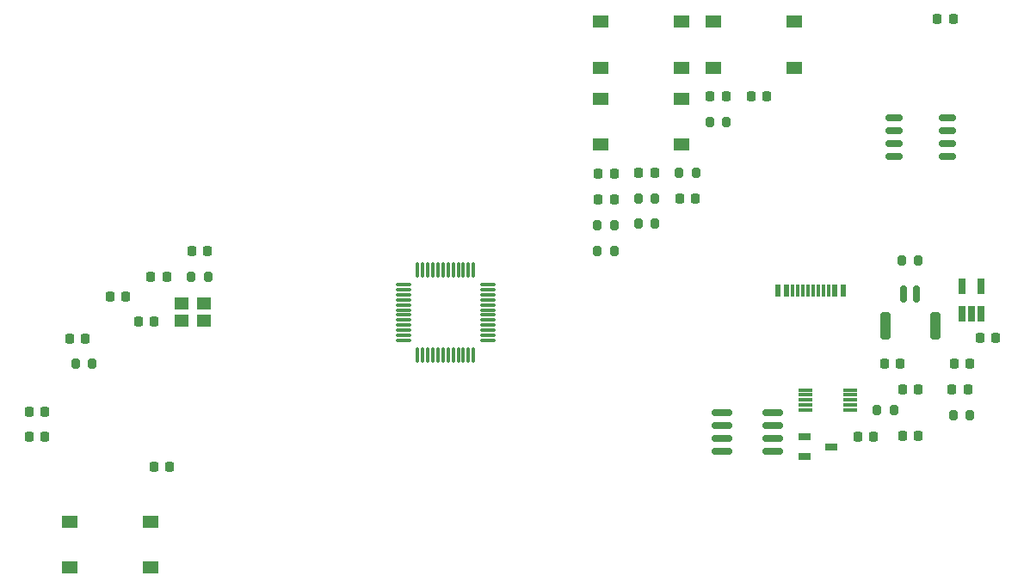
<source format=gbr>
%TF.GenerationSoftware,KiCad,Pcbnew,(6.0.7)*%
%TF.CreationDate,2022-10-09T18:36:03+08:00*%
%TF.ProjectId,DynamicX_1,44796e61-6d69-4635-985f-312e6b696361,rev?*%
%TF.SameCoordinates,Original*%
%TF.FileFunction,Paste,Top*%
%TF.FilePolarity,Positive*%
%FSLAX46Y46*%
G04 Gerber Fmt 4.6, Leading zero omitted, Abs format (unit mm)*
G04 Created by KiCad (PCBNEW (6.0.7)) date 2022-10-09 18:36:03*
%MOMM*%
%LPD*%
G01*
G04 APERTURE LIST*
G04 Aperture macros list*
%AMRoundRect*
0 Rectangle with rounded corners*
0 $1 Rounding radius*
0 $2 $3 $4 $5 $6 $7 $8 $9 X,Y pos of 4 corners*
0 Add a 4 corners polygon primitive as box body*
4,1,4,$2,$3,$4,$5,$6,$7,$8,$9,$2,$3,0*
0 Add four circle primitives for the rounded corners*
1,1,$1+$1,$2,$3*
1,1,$1+$1,$4,$5*
1,1,$1+$1,$6,$7*
1,1,$1+$1,$8,$9*
0 Add four rect primitives between the rounded corners*
20,1,$1+$1,$2,$3,$4,$5,0*
20,1,$1+$1,$4,$5,$6,$7,0*
20,1,$1+$1,$6,$7,$8,$9,0*
20,1,$1+$1,$8,$9,$2,$3,0*%
G04 Aperture macros list end*
%ADD10R,1.550000X1.300000*%
%ADD11RoundRect,0.200000X-0.200000X-0.275000X0.200000X-0.275000X0.200000X0.275000X-0.200000X0.275000X0*%
%ADD12RoundRect,0.225000X-0.225000X-0.250000X0.225000X-0.250000X0.225000X0.250000X-0.225000X0.250000X0*%
%ADD13RoundRect,0.218750X-0.218750X-0.256250X0.218750X-0.256250X0.218750X0.256250X-0.218750X0.256250X0*%
%ADD14R,1.400000X1.200000*%
%ADD15R,1.400000X0.300000*%
%ADD16R,1.220000X0.650000*%
%ADD17RoundRect,0.200000X0.200000X0.275000X-0.200000X0.275000X-0.200000X-0.275000X0.200000X-0.275000X0*%
%ADD18RoundRect,0.225000X0.225000X0.250000X-0.225000X0.250000X-0.225000X-0.250000X0.225000X-0.250000X0*%
%ADD19R,0.650000X1.560000*%
%ADD20RoundRect,0.150000X-0.675000X-0.150000X0.675000X-0.150000X0.675000X0.150000X-0.675000X0.150000X0*%
%ADD21RoundRect,0.150000X-0.150000X-0.700000X0.150000X-0.700000X0.150000X0.700000X-0.150000X0.700000X0*%
%ADD22RoundRect,0.250000X-0.250000X-1.100000X0.250000X-1.100000X0.250000X1.100000X-0.250000X1.100000X0*%
%ADD23RoundRect,0.150000X-0.825000X-0.150000X0.825000X-0.150000X0.825000X0.150000X-0.825000X0.150000X0*%
%ADD24RoundRect,0.075000X-0.662500X-0.075000X0.662500X-0.075000X0.662500X0.075000X-0.662500X0.075000X0*%
%ADD25RoundRect,0.075000X-0.075000X-0.662500X0.075000X-0.662500X0.075000X0.662500X-0.075000X0.662500X0*%
%ADD26R,0.600000X1.160000*%
%ADD27R,0.300000X1.160000*%
G04 APERTURE END LIST*
D10*
%TO.C,SW3*%
X132135000Y-55165000D03*
X140085000Y-55165000D03*
X140085000Y-59665000D03*
X132135000Y-59665000D03*
%TD*%
D11*
%TO.C,R11*%
X131765000Y-67640000D03*
X133415000Y-67640000D03*
%TD*%
%TO.C,R3*%
X161735000Y-71120000D03*
X163385000Y-71120000D03*
%TD*%
D12*
%TO.C,C17*%
X146915000Y-54880000D03*
X148465000Y-54880000D03*
%TD*%
D13*
%TO.C,D3*%
X142892500Y-54920000D03*
X144467500Y-54920000D03*
%TD*%
D14*
%TO.C,Y1*%
X93110000Y-75310000D03*
X90910000Y-75310000D03*
X90910000Y-77010000D03*
X93110000Y-77010000D03*
%TD*%
D12*
%TO.C,C16*%
X135865000Y-62460000D03*
X137415000Y-62460000D03*
%TD*%
D15*
%TO.C,U3*%
X152240000Y-83830000D03*
X152240000Y-84330000D03*
X152240000Y-84830000D03*
X152240000Y-85330000D03*
X152240000Y-85830000D03*
X156640000Y-85830000D03*
X156640000Y-85330000D03*
X156640000Y-84830000D03*
X156640000Y-84330000D03*
X156640000Y-83830000D03*
%TD*%
D12*
%TO.C,C2*%
X160020000Y-81280000D03*
X161570000Y-81280000D03*
%TD*%
D16*
%TO.C,Q1*%
X152150000Y-88480000D03*
X152150000Y-90380000D03*
X154770000Y-89430000D03*
%TD*%
D12*
%TO.C,C7*%
X161785000Y-88340000D03*
X163335000Y-88340000D03*
%TD*%
%TO.C,C18*%
X139875000Y-64970000D03*
X141425000Y-64970000D03*
%TD*%
D11*
%TO.C,R10*%
X142815000Y-57470000D03*
X144465000Y-57470000D03*
%TD*%
D17*
%TO.C,R4*%
X82105000Y-81280000D03*
X80455000Y-81280000D03*
%TD*%
D18*
%TO.C,C10*%
X77405000Y-85970000D03*
X75855000Y-85970000D03*
%TD*%
%TO.C,C14*%
X88155000Y-77130000D03*
X86605000Y-77130000D03*
%TD*%
%TO.C,C8*%
X85385000Y-74620000D03*
X83835000Y-74620000D03*
%TD*%
D11*
%TO.C,R6*%
X139825000Y-62460000D03*
X141475000Y-62460000D03*
%TD*%
D19*
%TO.C,U1*%
X167640000Y-76360000D03*
X168590000Y-76360000D03*
X169540000Y-76360000D03*
X169540000Y-73660000D03*
X167640000Y-73660000D03*
%TD*%
D18*
%TO.C,C15*%
X93405000Y-70170000D03*
X91855000Y-70170000D03*
%TD*%
D11*
%TO.C,R7*%
X131765000Y-70150000D03*
X133415000Y-70150000D03*
%TD*%
D12*
%TO.C,C4*%
X166665000Y-83810000D03*
X168215000Y-83810000D03*
%TD*%
D10*
%TO.C,SW2*%
X143185000Y-47585000D03*
X151135000Y-47585000D03*
X143185000Y-52085000D03*
X151135000Y-52085000D03*
%TD*%
D20*
%TO.C,U5*%
X160945000Y-57065000D03*
X160945000Y-58335000D03*
X160945000Y-59605000D03*
X160945000Y-60875000D03*
X166195000Y-60875000D03*
X166195000Y-59605000D03*
X166195000Y-58335000D03*
X166195000Y-57065000D03*
%TD*%
D17*
%TO.C,R2*%
X168465000Y-86360000D03*
X166815000Y-86360000D03*
%TD*%
D12*
%TO.C,C1*%
X169405000Y-78740000D03*
X170955000Y-78740000D03*
%TD*%
%TO.C,C9*%
X88125000Y-91440000D03*
X89675000Y-91440000D03*
%TD*%
D10*
%TO.C,SW1*%
X87795000Y-96810000D03*
X79845000Y-96810000D03*
X79845000Y-101310000D03*
X87795000Y-101310000D03*
%TD*%
%TO.C,SW4*%
X140085000Y-47585000D03*
X132135000Y-47585000D03*
X132135000Y-52085000D03*
X140085000Y-52085000D03*
%TD*%
D12*
%TO.C,C5*%
X161785000Y-83820000D03*
X163335000Y-83820000D03*
%TD*%
D21*
%TO.C,J3*%
X161935000Y-74350000D03*
X163185000Y-74350000D03*
D22*
X160085000Y-77550000D03*
X165035000Y-77550000D03*
%TD*%
D11*
%TO.C,R1*%
X159295000Y-85830000D03*
X160945000Y-85830000D03*
%TD*%
D23*
%TO.C,U2*%
X144065000Y-86045000D03*
X144065000Y-87315000D03*
X144065000Y-88585000D03*
X144065000Y-89855000D03*
X149015000Y-89855000D03*
X149015000Y-88585000D03*
X149015000Y-87315000D03*
X149015000Y-86045000D03*
%TD*%
D12*
%TO.C,C6*%
X157385000Y-88460000D03*
X158935000Y-88460000D03*
%TD*%
D24*
%TO.C,U4*%
X112677500Y-73450000D03*
X112677500Y-73950000D03*
X112677500Y-74450000D03*
X112677500Y-74950000D03*
X112677500Y-75450000D03*
X112677500Y-75950000D03*
X112677500Y-76450000D03*
X112677500Y-76950000D03*
X112677500Y-77450000D03*
X112677500Y-77950000D03*
X112677500Y-78450000D03*
X112677500Y-78950000D03*
D25*
X114090000Y-80362500D03*
X114590000Y-80362500D03*
X115090000Y-80362500D03*
X115590000Y-80362500D03*
X116090000Y-80362500D03*
X116590000Y-80362500D03*
X117090000Y-80362500D03*
X117590000Y-80362500D03*
X118090000Y-80362500D03*
X118590000Y-80362500D03*
X119090000Y-80362500D03*
X119590000Y-80362500D03*
D24*
X121002500Y-78950000D03*
X121002500Y-78450000D03*
X121002500Y-77950000D03*
X121002500Y-77450000D03*
X121002500Y-76950000D03*
X121002500Y-76450000D03*
X121002500Y-75950000D03*
X121002500Y-75450000D03*
X121002500Y-74950000D03*
X121002500Y-74450000D03*
X121002500Y-73950000D03*
X121002500Y-73450000D03*
D25*
X119590000Y-72037500D03*
X119090000Y-72037500D03*
X118590000Y-72037500D03*
X118090000Y-72037500D03*
X117590000Y-72037500D03*
X117090000Y-72037500D03*
X116590000Y-72037500D03*
X116090000Y-72037500D03*
X115590000Y-72037500D03*
X115090000Y-72037500D03*
X114590000Y-72037500D03*
X114090000Y-72037500D03*
%TD*%
D18*
%TO.C,C13*%
X77405000Y-88480000D03*
X75855000Y-88480000D03*
%TD*%
D12*
%TO.C,C19*%
X165225000Y-47300000D03*
X166775000Y-47300000D03*
%TD*%
D13*
%TO.C,D1*%
X131842500Y-62500000D03*
X133417500Y-62500000D03*
%TD*%
D11*
%TO.C,R9*%
X135815000Y-67480000D03*
X137465000Y-67480000D03*
%TD*%
D26*
%TO.C,J1*%
X149560000Y-74080000D03*
X150360000Y-74080000D03*
D27*
X151510000Y-74080000D03*
X152510000Y-74080000D03*
X153010000Y-74080000D03*
X154010000Y-74080000D03*
D26*
X155160000Y-74080000D03*
X155960000Y-74080000D03*
X155960000Y-74080000D03*
X155160000Y-74080000D03*
D27*
X154510000Y-74080000D03*
X153510000Y-74080000D03*
X152010000Y-74080000D03*
X151010000Y-74080000D03*
D26*
X150360000Y-74080000D03*
X149560000Y-74080000D03*
%TD*%
D18*
%TO.C,C11*%
X89395000Y-72680000D03*
X87845000Y-72680000D03*
%TD*%
D12*
%TO.C,C3*%
X166865000Y-81280000D03*
X168415000Y-81280000D03*
%TD*%
D11*
%TO.C,R8*%
X135815000Y-64970000D03*
X137465000Y-64970000D03*
%TD*%
D13*
%TO.C,D2*%
X133417500Y-65090000D03*
X131842500Y-65090000D03*
%TD*%
D18*
%TO.C,C12*%
X81375000Y-78770000D03*
X79825000Y-78770000D03*
%TD*%
D17*
%TO.C,R5*%
X93455000Y-72680000D03*
X91805000Y-72680000D03*
%TD*%
M02*

</source>
